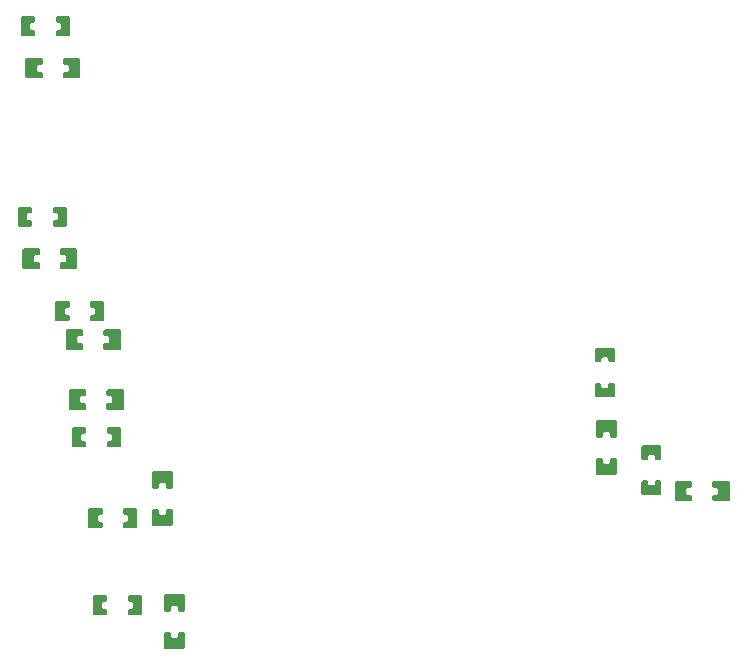
<source format=gtp>
G04 Layer: TopPasteMaskLayer*
G04 EasyEDA v6.5.42, 2024-03-15 07:08:18*
G04 07cce05110d743cda764b2ea28b01f41,76978c21ee6b45f5ab94bb382069c2cd,10*
G04 Gerber Generator version 0.2*
G04 Scale: 100 percent, Rotated: No, Reflected: No *
G04 Dimensions in millimeters *
G04 leading zeros omitted , absolute positions ,4 integer and 5 decimal *
%FSLAX45Y45*%
%MOMM*%

%ADD10C,0.0001*%

%LPD*%
G36*
X4381296Y-5646623D02*
G01*
X4371289Y-5656580D01*
X4371289Y-5785104D01*
X4381296Y-5795111D01*
X4418330Y-5795111D01*
X4428337Y-5785104D01*
X4428337Y-5754624D01*
X4438345Y-5744616D01*
X4477054Y-5744616D01*
X4487062Y-5754624D01*
X4487062Y-5785104D01*
X4497070Y-5795111D01*
X4534103Y-5795111D01*
X4544110Y-5785104D01*
X4544110Y-5656580D01*
X4534103Y-5646623D01*
G37*
G36*
X4381296Y-5965088D02*
G01*
X4371289Y-5975096D01*
X4371289Y-6103620D01*
X4381296Y-6113576D01*
X4534103Y-6113576D01*
X4544110Y-6103620D01*
X4544110Y-5975096D01*
X4534103Y-5965088D01*
X4497070Y-5965088D01*
X4487062Y-5975096D01*
X4487062Y-6005576D01*
X4477054Y-6015583D01*
X4438345Y-6015583D01*
X4428337Y-6005576D01*
X4428337Y-5975096D01*
X4418330Y-5965088D01*
G37*
G36*
X4279696Y-4605223D02*
G01*
X4269689Y-4615180D01*
X4269689Y-4743704D01*
X4279696Y-4753711D01*
X4316730Y-4753711D01*
X4326737Y-4743704D01*
X4326737Y-4713224D01*
X4336745Y-4703216D01*
X4375454Y-4703216D01*
X4385462Y-4713224D01*
X4385462Y-4743704D01*
X4395470Y-4753711D01*
X4432503Y-4753711D01*
X4442510Y-4743704D01*
X4442510Y-4615180D01*
X4432503Y-4605223D01*
G37*
G36*
X4279696Y-4923688D02*
G01*
X4269689Y-4933696D01*
X4269689Y-5062220D01*
X4279696Y-5072176D01*
X4432503Y-5072176D01*
X4442510Y-5062220D01*
X4442510Y-4933696D01*
X4432503Y-4923688D01*
X4395470Y-4923688D01*
X4385462Y-4933696D01*
X4385462Y-4964176D01*
X4375454Y-4974183D01*
X4336745Y-4974183D01*
X4326737Y-4964176D01*
X4326737Y-4933696D01*
X4316730Y-4923688D01*
G37*
G36*
X3776827Y-5655360D02*
G01*
X3766870Y-5665368D01*
X3766870Y-5815431D01*
X3776827Y-5825439D01*
X3877614Y-5825439D01*
X3887622Y-5815431D01*
X3887622Y-5779312D01*
X3877614Y-5769305D01*
X3856532Y-5769305D01*
X3846525Y-5759297D01*
X3846525Y-5721502D01*
X3856532Y-5711494D01*
X3877614Y-5711494D01*
X3887622Y-5701487D01*
X3887622Y-5665368D01*
X3877614Y-5655360D01*
G37*
G36*
X4072585Y-5655360D02*
G01*
X4062577Y-5665368D01*
X4062577Y-5701487D01*
X4072585Y-5711494D01*
X4093667Y-5711494D01*
X4103674Y-5721502D01*
X4103674Y-5759297D01*
X4093667Y-5769305D01*
X4072585Y-5769305D01*
X4062577Y-5779312D01*
X4062577Y-5815431D01*
X4072585Y-5825439D01*
X4173372Y-5825439D01*
X4183329Y-5815431D01*
X4183329Y-5665368D01*
X4173372Y-5655360D01*
G37*
G36*
X3738727Y-4918760D02*
G01*
X3728770Y-4928768D01*
X3728770Y-5078831D01*
X3738727Y-5088839D01*
X3839514Y-5088839D01*
X3849522Y-5078831D01*
X3849522Y-5042712D01*
X3839514Y-5032705D01*
X3818432Y-5032705D01*
X3808425Y-5022697D01*
X3808425Y-4984902D01*
X3818432Y-4974894D01*
X3839514Y-4974894D01*
X3849522Y-4964887D01*
X3849522Y-4928768D01*
X3839514Y-4918760D01*
G37*
G36*
X4034485Y-4918760D02*
G01*
X4024477Y-4928768D01*
X4024477Y-4964887D01*
X4034485Y-4974894D01*
X4055567Y-4974894D01*
X4065574Y-4984902D01*
X4065574Y-5022697D01*
X4055567Y-5032705D01*
X4034485Y-5032705D01*
X4024477Y-5042712D01*
X4024477Y-5078831D01*
X4034485Y-5088839D01*
X4135272Y-5088839D01*
X4145229Y-5078831D01*
X4145229Y-4928768D01*
X4135272Y-4918760D01*
G37*
G36*
X3548379Y-3406089D02*
G01*
X3538423Y-3416096D01*
X3538423Y-3568903D01*
X3548379Y-3578910D01*
X3676904Y-3578910D01*
X3686911Y-3568903D01*
X3686911Y-3531870D01*
X3676904Y-3521862D01*
X3646424Y-3521862D01*
X3636416Y-3511854D01*
X3636416Y-3473145D01*
X3646424Y-3463137D01*
X3676904Y-3463137D01*
X3686911Y-3453129D01*
X3686911Y-3416096D01*
X3676904Y-3406089D01*
G37*
G36*
X3866896Y-3406089D02*
G01*
X3856888Y-3416096D01*
X3856888Y-3453129D01*
X3866896Y-3463137D01*
X3897376Y-3463137D01*
X3907383Y-3473145D01*
X3907383Y-3511854D01*
X3897376Y-3521862D01*
X3866896Y-3521862D01*
X3856888Y-3531870D01*
X3856888Y-3568903D01*
X3866896Y-3578910D01*
X3995420Y-3578910D01*
X4005376Y-3568903D01*
X4005376Y-3416096D01*
X3995420Y-3406089D01*
G37*
G36*
X3892296Y-3914089D02*
G01*
X3882288Y-3924096D01*
X3882288Y-3961129D01*
X3892296Y-3971137D01*
X3922776Y-3971137D01*
X3932783Y-3981145D01*
X3932783Y-4019854D01*
X3922776Y-4029862D01*
X3892296Y-4029862D01*
X3882288Y-4039870D01*
X3882288Y-4076903D01*
X3892296Y-4086910D01*
X4020820Y-4086910D01*
X4030776Y-4076903D01*
X4030776Y-3924096D01*
X4020820Y-3914089D01*
G37*
G36*
X3573779Y-3914089D02*
G01*
X3563823Y-3924096D01*
X3563823Y-4076903D01*
X3573779Y-4086910D01*
X3702304Y-4086910D01*
X3712311Y-4076903D01*
X3712311Y-4039870D01*
X3702304Y-4029862D01*
X3671824Y-4029862D01*
X3661816Y-4019854D01*
X3661816Y-3981145D01*
X3671824Y-3971137D01*
X3702304Y-3971137D01*
X3712311Y-3961129D01*
X3712311Y-3924096D01*
X3702304Y-3914089D01*
G37*
G36*
X3205480Y-1107389D02*
G01*
X3195523Y-1117396D01*
X3195523Y-1270203D01*
X3205480Y-1280210D01*
X3334004Y-1280210D01*
X3344011Y-1270203D01*
X3344011Y-1233170D01*
X3334004Y-1223162D01*
X3303524Y-1223162D01*
X3293516Y-1213154D01*
X3293516Y-1174445D01*
X3303524Y-1164437D01*
X3334004Y-1164437D01*
X3344011Y-1154430D01*
X3344011Y-1117396D01*
X3334004Y-1107389D01*
G37*
G36*
X3523996Y-1107389D02*
G01*
X3513988Y-1117396D01*
X3513988Y-1154430D01*
X3523996Y-1164437D01*
X3554476Y-1164437D01*
X3564483Y-1174445D01*
X3564483Y-1213154D01*
X3554476Y-1223162D01*
X3523996Y-1223162D01*
X3513988Y-1233170D01*
X3513988Y-1270203D01*
X3523996Y-1280210D01*
X3652520Y-1280210D01*
X3662476Y-1270203D01*
X3662476Y-1117396D01*
X3652520Y-1107389D01*
G37*
G36*
X3498596Y-2720289D02*
G01*
X3488588Y-2730296D01*
X3488588Y-2767330D01*
X3498596Y-2777337D01*
X3529076Y-2777337D01*
X3539083Y-2787345D01*
X3539083Y-2826054D01*
X3529076Y-2836062D01*
X3498596Y-2836062D01*
X3488588Y-2846070D01*
X3488588Y-2883103D01*
X3498596Y-2893110D01*
X3627120Y-2893110D01*
X3637076Y-2883103D01*
X3637076Y-2730296D01*
X3627120Y-2720289D01*
G37*
G36*
X3180080Y-2720289D02*
G01*
X3170123Y-2730296D01*
X3170123Y-2883103D01*
X3180080Y-2893110D01*
X3308604Y-2893110D01*
X3318611Y-2883103D01*
X3318611Y-2846070D01*
X3308604Y-2836062D01*
X3278124Y-2836062D01*
X3268116Y-2826054D01*
X3268116Y-2787345D01*
X3278124Y-2777337D01*
X3308604Y-2777337D01*
X3318611Y-2767330D01*
X3318611Y-2730296D01*
X3308604Y-2720289D01*
G37*
G36*
X3459327Y-3166160D02*
G01*
X3449370Y-3176168D01*
X3449370Y-3326231D01*
X3459327Y-3336239D01*
X3560114Y-3336239D01*
X3570122Y-3326231D01*
X3570122Y-3290112D01*
X3560114Y-3280105D01*
X3539032Y-3280105D01*
X3529025Y-3270097D01*
X3529025Y-3232302D01*
X3539032Y-3222294D01*
X3560114Y-3222294D01*
X3570122Y-3212287D01*
X3570122Y-3176168D01*
X3560114Y-3166160D01*
G37*
G36*
X3755085Y-3166160D02*
G01*
X3745077Y-3176168D01*
X3745077Y-3212287D01*
X3755085Y-3222294D01*
X3776167Y-3222294D01*
X3786174Y-3232302D01*
X3786174Y-3270097D01*
X3776167Y-3280105D01*
X3755085Y-3280105D01*
X3745077Y-3290112D01*
X3745077Y-3326231D01*
X3755085Y-3336239D01*
X3855872Y-3336239D01*
X3865829Y-3326231D01*
X3865829Y-3176168D01*
X3855872Y-3166160D01*
G37*
G36*
X3599027Y-4232960D02*
G01*
X3589070Y-4242968D01*
X3589070Y-4393031D01*
X3599027Y-4403039D01*
X3699814Y-4403039D01*
X3709822Y-4393031D01*
X3709822Y-4356912D01*
X3699814Y-4346905D01*
X3678732Y-4346905D01*
X3668725Y-4336897D01*
X3668725Y-4299102D01*
X3678732Y-4289094D01*
X3699814Y-4289094D01*
X3709822Y-4279087D01*
X3709822Y-4242968D01*
X3699814Y-4232960D01*
G37*
G36*
X3894785Y-4232960D02*
G01*
X3884777Y-4242968D01*
X3884777Y-4279087D01*
X3894785Y-4289094D01*
X3915867Y-4289094D01*
X3925874Y-4299102D01*
X3925874Y-4336897D01*
X3915867Y-4346905D01*
X3894785Y-4346905D01*
X3884777Y-4356912D01*
X3884777Y-4393031D01*
X3894785Y-4403039D01*
X3995572Y-4403039D01*
X4005529Y-4393031D01*
X4005529Y-4242968D01*
X3995572Y-4232960D01*
G37*
G36*
X3167227Y-753160D02*
G01*
X3157270Y-763168D01*
X3157270Y-913231D01*
X3167227Y-923239D01*
X3268014Y-923239D01*
X3278022Y-913231D01*
X3278022Y-877112D01*
X3268014Y-867105D01*
X3246932Y-867105D01*
X3236925Y-857097D01*
X3236925Y-819302D01*
X3246932Y-809294D01*
X3268014Y-809294D01*
X3278022Y-799287D01*
X3278022Y-763168D01*
X3268014Y-753160D01*
G37*
G36*
X3462985Y-753160D02*
G01*
X3452977Y-763168D01*
X3452977Y-799287D01*
X3462985Y-809294D01*
X3484067Y-809294D01*
X3494074Y-819302D01*
X3494074Y-857097D01*
X3484067Y-867105D01*
X3462985Y-867105D01*
X3452977Y-877112D01*
X3452977Y-913231D01*
X3462985Y-923239D01*
X3563772Y-923239D01*
X3573729Y-913231D01*
X3573729Y-763168D01*
X3563772Y-753160D01*
G37*
G36*
X3141827Y-2366060D02*
G01*
X3131870Y-2376068D01*
X3131870Y-2526131D01*
X3141827Y-2536139D01*
X3242614Y-2536139D01*
X3252622Y-2526131D01*
X3252622Y-2490012D01*
X3242614Y-2480005D01*
X3221532Y-2480005D01*
X3211525Y-2469997D01*
X3211525Y-2432202D01*
X3221532Y-2422194D01*
X3242614Y-2422194D01*
X3252622Y-2412187D01*
X3252622Y-2376068D01*
X3242614Y-2366060D01*
G37*
G36*
X3437585Y-2366060D02*
G01*
X3427577Y-2376068D01*
X3427577Y-2412187D01*
X3437585Y-2422194D01*
X3458667Y-2422194D01*
X3468674Y-2432202D01*
X3468674Y-2469997D01*
X3458667Y-2480005D01*
X3437585Y-2480005D01*
X3427577Y-2490012D01*
X3427577Y-2526131D01*
X3437585Y-2536139D01*
X3538372Y-2536139D01*
X3548329Y-2526131D01*
X3548329Y-2376068D01*
X3538372Y-2366060D01*
G37*
G36*
X8704580Y-4688789D02*
G01*
X8694623Y-4698796D01*
X8694623Y-4851603D01*
X8704580Y-4861610D01*
X8833104Y-4861610D01*
X8843111Y-4851603D01*
X8843111Y-4814570D01*
X8833104Y-4804562D01*
X8802624Y-4804562D01*
X8792616Y-4794554D01*
X8792616Y-4755845D01*
X8802624Y-4745837D01*
X8833104Y-4745837D01*
X8843111Y-4735830D01*
X8843111Y-4698796D01*
X8833104Y-4688789D01*
G37*
G36*
X9023096Y-4688789D02*
G01*
X9013088Y-4698796D01*
X9013088Y-4735830D01*
X9023096Y-4745837D01*
X9053576Y-4745837D01*
X9063583Y-4755845D01*
X9063583Y-4794554D01*
X9053576Y-4804562D01*
X9023096Y-4804562D01*
X9013088Y-4814570D01*
X9013088Y-4851603D01*
X9023096Y-4861610D01*
X9151620Y-4861610D01*
X9161576Y-4851603D01*
X9161576Y-4698796D01*
X9151620Y-4688789D01*
G37*
G36*
X8038896Y-4491888D02*
G01*
X8028889Y-4501896D01*
X8028889Y-4630420D01*
X8038896Y-4640376D01*
X8191703Y-4640376D01*
X8201710Y-4630420D01*
X8201710Y-4501896D01*
X8191703Y-4491888D01*
X8154670Y-4491888D01*
X8144662Y-4501896D01*
X8144662Y-4532376D01*
X8134654Y-4542383D01*
X8095945Y-4542383D01*
X8085937Y-4532376D01*
X8085937Y-4501896D01*
X8075930Y-4491888D01*
G37*
G36*
X8038896Y-4173423D02*
G01*
X8028889Y-4183379D01*
X8028889Y-4311904D01*
X8038896Y-4321911D01*
X8075930Y-4321911D01*
X8085937Y-4311904D01*
X8085937Y-4281424D01*
X8095945Y-4271416D01*
X8134654Y-4271416D01*
X8144662Y-4281424D01*
X8144662Y-4311904D01*
X8154670Y-4321911D01*
X8191703Y-4321911D01*
X8201710Y-4311904D01*
X8201710Y-4183379D01*
X8191703Y-4173423D01*
G37*
G36*
X8421268Y-4389170D02*
G01*
X8411260Y-4399127D01*
X8411260Y-4499914D01*
X8421268Y-4509922D01*
X8457387Y-4509922D01*
X8467394Y-4499914D01*
X8467394Y-4478832D01*
X8477402Y-4468825D01*
X8515197Y-4468825D01*
X8525205Y-4478832D01*
X8525205Y-4499914D01*
X8535212Y-4509922D01*
X8571331Y-4509922D01*
X8581339Y-4499914D01*
X8581339Y-4399127D01*
X8571331Y-4389170D01*
G37*
G36*
X8421268Y-4684877D02*
G01*
X8411260Y-4694885D01*
X8411260Y-4795672D01*
X8421268Y-4805629D01*
X8571331Y-4805629D01*
X8581339Y-4795672D01*
X8581339Y-4694885D01*
X8571331Y-4684877D01*
X8535212Y-4684877D01*
X8525205Y-4694885D01*
X8525205Y-4715967D01*
X8515197Y-4725974D01*
X8477402Y-4725974D01*
X8467394Y-4715967D01*
X8467394Y-4694885D01*
X8457387Y-4684877D01*
G37*
G36*
X8027568Y-3563670D02*
G01*
X8017560Y-3573627D01*
X8017560Y-3674414D01*
X8027568Y-3684422D01*
X8063687Y-3684422D01*
X8073694Y-3674414D01*
X8073694Y-3653332D01*
X8083702Y-3643325D01*
X8121497Y-3643325D01*
X8131505Y-3653332D01*
X8131505Y-3674414D01*
X8141512Y-3684422D01*
X8177631Y-3684422D01*
X8187639Y-3674414D01*
X8187639Y-3573627D01*
X8177631Y-3563670D01*
G37*
G36*
X8027568Y-3859377D02*
G01*
X8017560Y-3869385D01*
X8017560Y-3970172D01*
X8027568Y-3980129D01*
X8177631Y-3980129D01*
X8187639Y-3970172D01*
X8187639Y-3869385D01*
X8177631Y-3859377D01*
X8141512Y-3859377D01*
X8131505Y-3869385D01*
X8131505Y-3890467D01*
X8121497Y-3900474D01*
X8083702Y-3900474D01*
X8073694Y-3890467D01*
X8073694Y-3869385D01*
X8063687Y-3859377D01*
G37*
M02*

</source>
